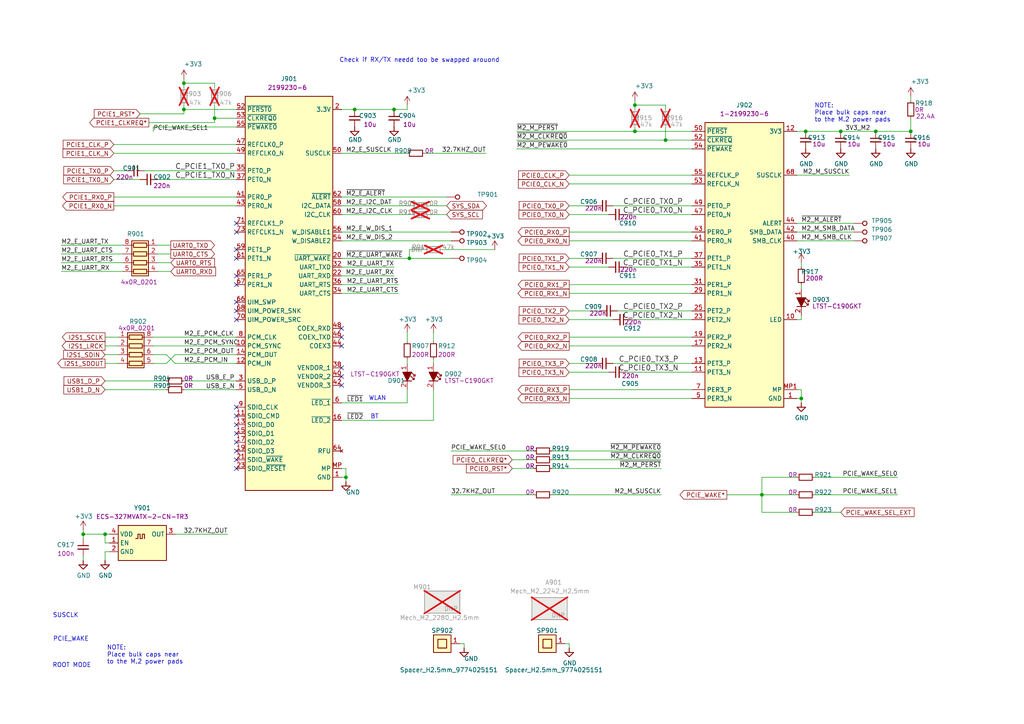
<source format=kicad_sch>
(kicad_sch (version 20231120) (generator "eeschema") (generator_version "8.0")
  (paper "A4")
  (junction (at 62.23 34.29))
  (junction (at 264.16 38.1))
  (junction (at 193.04 40.64))
  (junction (at 232.41 115.57))
  (junction (at 254 38.1))
  (junction (at 233.68 38.1))
  (junction (at 102.87 31.75))
  (junction (at 24.13 154.94))
  (junction (at 30.48 154.94))
  (junction (at 220.98 143.51))
  (junction (at 184.15 38.1))
  (junction (at 184.15 30.48))
  (junction (at 114.3 31.75))
  (junction (at 53.34 31.75))
  (junction (at 243.84 38.1))
  (junction (at 100.33 138.43))
  (junction (at 53.34 24.13))
  (junction (at 118.745 74.93))
  (no_connect (at 68.58 128.27))
  (no_connect (at 68.58 120.65))
  (no_connect (at 68.58 133.35))
  (no_connect (at 68.58 87.63))
  (no_connect (at 68.58 90.17))
  (no_connect (at 68.58 118.11))
  (no_connect (at 68.58 74.93))
  (no_connect (at 68.58 135.89))
  (no_connect (at 68.58 125.73))
  (no_connect (at 99.06 111.76))
  (no_connect (at 68.58 123.19))
  (no_connect (at 99.06 97.79))
  (no_connect (at 68.58 67.31))
  (no_connect (at 68.58 80.01))
  (no_connect (at 68.58 64.77))
  (no_connect (at 99.06 106.68))
  (no_connect (at 68.58 130.81))
  (no_connect (at 68.58 92.71))
  (no_connect (at 68.58 82.55))
  (no_connect (at 99.06 95.25))
  (no_connect (at 99.06 109.22))
  (no_connect (at 68.58 72.39))
  (no_connect (at 99.06 100.33))
  (wire (pts (xy 41.91 49.53) (xy 68.58 49.53)))
  (wire (pts (xy 165.1 74.93) (xy 172.72 74.93)))
  (wire (pts (xy 62.23 34.29) (xy 68.58 34.29)))
  (wire (pts (xy 62.23 30.48) (xy 62.23 34.29)))
  (wire (pts (xy 118.11 96.52) (xy 118.11 99.06)))
  (wire (pts (xy 148.59 133.35) (xy 154.94 133.35)))
  (wire (pts (xy 31.75 160.02) (xy 30.48 160.02)))
  (wire (pts (xy 130.81 143.51) (xy 154.94 143.51)))
  (wire (pts (xy 232.41 115.57) (xy 232.41 113.03)))
  (wire (pts (xy 53.34 31.75) (xy 68.58 31.75)))
  (wire (pts (xy 99.06 69.85) (xy 130.81 69.85)))
  (wire (pts (xy 200.66 90.17) (xy 179.07 90.17)))
  (wire (pts (xy 33.02 49.53) (xy 36.83 49.53)))
  (wire (pts (xy 62.23 35.56) (xy 62.23 34.29)))
  (wire (pts (xy 118.745 72.39) (xy 123.19 72.39)))
  (wire (pts (xy 193.04 36.83) (xy 193.04 40.64)))
  (wire (pts (xy 200.66 74.93) (xy 177.8 74.93)))
  (wire (pts (xy 200.66 85.09) (xy 165.1 85.09)))
  (wire (pts (xy 231.14 92.71) (xy 232.41 92.71)))
  (wire (pts (xy 99.06 77.47) (xy 114.3 77.47)))
  (wire (pts (xy 45.72 71.12) (xy 49.53 71.12)))
  (wire (pts (xy 193.04 30.48) (xy 193.04 31.75)))
  (wire (pts (xy 163.83 186.69) (xy 165.1 186.69)))
  (wire (pts (xy 33.02 57.15) (xy 68.58 57.15)))
  (wire (pts (xy 232.41 91.44) (xy 232.41 92.71)))
  (wire (pts (xy 30.48 105.41) (xy 34.29 105.41)))
  (wire (pts (xy 200.66 115.57) (xy 165.1 115.57)))
  (wire (pts (xy 149.86 38.1) (xy 184.15 38.1)))
  (wire (pts (xy 200.66 53.34) (xy 165.1 53.34)))
  (wire (pts (xy 148.59 135.89) (xy 154.94 135.89)))
  (wire (pts (xy 165.1 90.17) (xy 173.99 90.17)))
  (wire (pts (xy 165.1 59.69) (xy 172.72 59.69)))
  (wire (pts (xy 33.02 44.45) (xy 68.58 44.45)))
  (wire (pts (xy 160.02 133.35) (xy 191.77 133.35)))
  (wire (pts (xy 149.86 43.18) (xy 200.66 43.18)))
  (wire (pts (xy 99.06 59.69) (xy 119.38 59.69)))
  (wire (pts (xy 125.73 113.03) (xy 125.73 121.92)))
  (wire (pts (xy 44.45 36.83) (xy 68.58 36.83)))
  (wire (pts (xy 24.13 161.29) (xy 24.13 162.56)))
  (wire (pts (xy 200.66 97.79) (xy 165.1 97.79)))
  (wire (pts (xy 124.46 62.23) (xy 129.54 62.23)))
  (wire (pts (xy 43.18 35.56) (xy 62.23 35.56)))
  (wire (pts (xy 231.14 115.57) (xy 232.41 115.57)))
  (wire (pts (xy 193.04 40.64) (xy 200.66 40.64)))
  (wire (pts (xy 30.48 100.33) (xy 34.29 100.33)))
  (wire (pts (xy 30.48 97.79) (xy 34.29 97.79)))
  (wire (pts (xy 123.19 44.45) (xy 140.97 44.45)))
  (wire (pts (xy 125.73 121.92) (xy 99.06 121.92)))
  (wire (pts (xy 125.73 104.14) (xy 125.73 105.41)))
  (wire (pts (xy 17.78 76.2) (xy 35.56 76.2)))
  (wire (pts (xy 125.73 96.52) (xy 125.73 99.06)))
  (wire (pts (xy 165.1 107.95) (xy 176.53 107.95)))
  (wire (pts (xy 44.45 97.79) (xy 68.58 97.79)))
  (wire (pts (xy 165.1 62.23) (xy 176.53 62.23)))
  (wire (pts (xy 66.04 154.94) (xy 50.8 154.94)))
  (wire (pts (xy 100.33 135.89) (xy 100.33 138.43)))
  (wire (pts (xy 44.45 102.87) (xy 48.26 102.87)))
  (wire (pts (xy 236.22 138.43) (xy 260.35 138.43)))
  (wire (pts (xy 160.02 130.81) (xy 191.77 130.81)))
  (wire (pts (xy 232.41 116.84) (xy 232.41 115.57)))
  (wire (pts (xy 220.98 143.51) (xy 220.98 148.59)))
  (wire (pts (xy 31.75 157.48) (xy 30.48 157.48)))
  (wire (pts (xy 40.64 33.02) (xy 53.34 33.02)))
  (wire (pts (xy 99.06 82.55) (xy 115.57 82.55)))
  (wire (pts (xy 17.78 71.12) (xy 35.56 71.12)))
  (wire (pts (xy 200.66 107.95) (xy 181.61 107.95)))
  (wire (pts (xy 118.11 30.48) (xy 118.11 31.75)))
  (wire (pts (xy 62.23 24.13) (xy 53.34 24.13)))
  (wire (pts (xy 220.98 138.43) (xy 220.98 143.51)))
  (wire (pts (xy 200.66 69.85) (xy 165.1 69.85)))
  (wire (pts (xy 99.06 44.45) (xy 118.11 44.45)))
  (wire (pts (xy 264.16 38.1) (xy 254 38.1)))
  (wire (pts (xy 236.22 143.51) (xy 260.35 143.51)))
  (wire (pts (xy 68.58 102.87) (xy 50.8 102.87)))
  (wire (pts (xy 33.02 59.69) (xy 68.58 59.69)))
  (wire (pts (xy 45.72 76.2) (xy 49.53 76.2)))
  (wire (pts (xy 220.98 148.59) (xy 231.14 148.59)))
  (wire (pts (xy 50.8 105.41) (xy 68.58 105.41)))
  (wire (pts (xy 99.06 67.31) (xy 130.81 67.31)))
  (wire (pts (xy 232.41 82.55) (xy 232.41 83.82)))
  (wire (pts (xy 44.45 105.41) (xy 48.26 105.41)))
  (wire (pts (xy 128.27 72.39) (xy 143.51 72.39)))
  (wire (pts (xy 231.14 138.43) (xy 220.98 138.43)))
  (wire (pts (xy 118.11 116.84) (xy 118.11 113.03)))
  (wire (pts (xy 193.04 30.48) (xy 184.15 30.48)))
  (wire (pts (xy 53.34 113.03) (xy 68.58 113.03)))
  (wire (pts (xy 24.13 154.94) (xy 24.13 156.21)))
  (wire (pts (xy 99.06 31.75) (xy 102.87 31.75)))
  (wire (pts (xy 45.72 73.66) (xy 49.53 73.66)))
  (wire (pts (xy 220.98 143.51) (xy 231.14 143.51)))
  (wire (pts (xy 231.14 69.85) (xy 247.65 69.85)))
  (wire (pts (xy 33.02 41.91) (xy 68.58 41.91)))
  (wire (pts (xy 124.46 59.69) (xy 129.54 59.69)))
  (wire (pts (xy 30.48 113.03) (xy 48.26 113.03)))
  (wire (pts (xy 50.8 102.87) (xy 48.26 105.41)))
  (wire (pts (xy 30.48 154.94) (xy 31.75 154.94)))
  (wire (pts (xy 17.78 73.66) (xy 35.56 73.66)))
  (wire (pts (xy 130.81 130.81) (xy 154.94 130.81)))
  (wire (pts (xy 114.3 31.75) (xy 102.87 31.75)))
  (wire (pts (xy 62.23 24.13) (xy 62.23 25.4)))
  (wire (pts (xy 200.66 100.33) (xy 165.1 100.33)))
  (wire (pts (xy 184.15 38.1) (xy 200.66 38.1)))
  (wire (pts (xy 100.33 139.7) (xy 100.33 138.43)))
  (wire (pts (xy 165.1 105.41) (xy 172.72 105.41)))
  (wire (pts (xy 53.34 33.02) (xy 53.34 31.75)))
  (wire (pts (xy 177.8 105.41) (xy 200.66 105.41)))
  (wire (pts (xy 200.66 59.69) (xy 177.8 59.69)))
  (wire (pts (xy 99.06 62.23) (xy 119.38 62.23)))
  (wire (pts (xy 30.48 160.02) (xy 30.48 162.56)))
  (wire (pts (xy 68.58 52.07) (xy 45.72 52.07)))
  (wire (pts (xy 200.66 92.71) (xy 182.88 92.71)))
  (wire (pts (xy 184.15 30.48) (xy 184.15 31.75)))
  (wire (pts (xy 24.13 154.94) (xy 30.48 154.94)))
  (wire (pts (xy 200.66 67.31) (xy 165.1 67.31)))
  (wire (pts (xy 114.3 31.75) (xy 118.11 31.75)))
  (wire (pts (xy 44.45 100.33) (xy 68.58 100.33)))
  (wire (pts (xy 200.66 62.23) (xy 181.61 62.23)))
  (wire (pts (xy 53.34 30.48) (xy 53.34 31.75)))
  (wire (pts (xy 118.745 72.39) (xy 118.745 74.93)))
  (wire (pts (xy 165.1 186.69) (xy 165.1 187.96)))
  (wire (pts (xy 231.14 64.77) (xy 247.65 64.77)))
  (wire (pts (xy 264.16 27.94) (xy 264.16 29.21)))
  (wire (pts (xy 232.41 113.03) (xy 231.14 113.03)))
  (wire (pts (xy 99.06 135.89) (xy 100.33 135.89)))
  (wire (pts (xy 200.66 82.55) (xy 165.1 82.55)))
  (wire (pts (xy 200.66 77.47) (xy 181.61 77.47)))
  (wire (pts (xy 99.06 85.09) (xy 115.57 85.09)))
  (wire (pts (xy 17.78 78.74) (xy 35.56 78.74)))
  (wire (pts (xy 160.02 135.89) (xy 191.77 135.89)))
  (wire (pts (xy 44.45 38.1) (xy 44.45 36.83)))
  (wire (pts (xy 30.48 102.87) (xy 34.29 102.87)))
  (wire (pts (xy 24.13 154.94) (xy 24.13 153.67)))
  (wire (pts (xy 100.33 138.43) (xy 99.06 138.43)))
  (wire (pts (xy 231.14 50.8) (xy 246.38 50.8)))
  (wire (pts (xy 118.11 104.14) (xy 118.11 105.41)))
  (wire (pts (xy 232.41 76.2) (xy 232.41 77.47)))
  (wire (pts (xy 99.06 74.93) (xy 118.745 74.93)))
  (wire (pts (xy 133.35 186.69) (xy 134.62 186.69)))
  (wire (pts (xy 118.745 74.93) (xy 130.81 74.93)))
  (wire (pts (xy 231.14 38.1) (xy 233.68 38.1)))
  (wire (pts (xy 53.34 24.13) (xy 53.34 25.4)))
  (wire (pts (xy 45.72 78.74) (xy 49.53 78.74)))
  (wire (pts (xy 184.15 29.21) (xy 184.15 30.48)))
  (wire (pts (xy 33.02 52.07) (xy 40.64 52.07)))
  (wire (pts (xy 220.98 143.51) (xy 210.82 143.51)))
  (wire (pts (xy 184.15 36.83) (xy 184.15 38.1)))
  (wire (pts (xy 99.06 116.84) (xy 118.11 116.84)))
  (wire (pts (xy 48.26 102.87) (xy 50.8 105.41)))
  (wire (pts (xy 200.66 50.8) (xy 165.1 50.8)))
  (wire (pts (xy 165.1 92.71) (xy 177.8 92.71)))
  (wire (pts (xy 254 38.1) (xy 243.84 38.1)))
  (wire (pts (xy 236.22 148.59) (xy 243.84 148.59)))
  (wire (pts (xy 165.1 77.47) (xy 176.53 77.47)))
  (wire (pts (xy 134.62 186.69) (xy 134.62 187.96)))
  (wire (pts (xy 149.86 40.64) (xy 193.04 40.64)))
  (wire (pts (xy 99.06 57.15) (xy 129.54 57.15)))
  (wire (pts (xy 231.14 67.31) (xy 247.65 67.31)))
  (wire (pts (xy 53.34 110.49) (xy 68.58 110.49)))
  (wire (pts (xy 30.48 110.49) (xy 48.26 110.49)))
  (wire (pts (xy 243.84 38.1) (xy 233.68 38.1)))
  (wire (pts (xy 264.16 34.29) (xy 264.16 38.1)))
  (wire (pts (xy 99.06 80.01) (xy 114.3 80.01)))
  (wire (pts (xy 53.34 22.86) (xy 53.34 24.13)))
  (wire (pts (xy 30.48 157.48) (xy 30.48 154.94)))
  (wire (pts (xy 160.02 143.51) (xy 191.77 143.51)))
  (wire (pts (xy 200.66 113.03) (xy 165.1 113.03)))
  (text "PCIE_WAKE" (at 20.574 185.42 0) (effects (font (size 1.27 1.27))))
  (text "SUSCLK" (at 19.05 178.562 0) (effects (font (size 1.27 1.27))))
  (text "Check if RX/TX needd too be swapped arouond\n" (at 121.666 17.526 0) (effects (font (size 1.27 1.27))))
  (text "BT" (at 107.442 121.666 0) (effects (font (size 1.27 1.27)) (justify left bottom)))
  (text "NOTE:\nPlace bulk caps near \nto the M.2 power pads" (at 30.988 192.786 0) (effects (font (size 1.27 1.27)) (justify left bottom)))
  (text "NOTE:\nPlace bulk caps near \nto the M.2 power pads" (at 236.22 35.56 0) (effects (font (size 1.27 1.27)) (justify left bottom)))
  (text "WLAN\n" (at 106.934 116.332 0) (effects (font (size 1.27 1.27)) (justify left bottom)))
  (text "ROOT MODE" (at 20.828 193.04 0) (effects (font (size 1.27 1.27))))
  (label "C_PCIE0_TX2_N" (at 198.12 92.71 180) (effects (font (size 1.524 1.524))))
  (label "~{M2_E_ALERT}" (at 100.33 57.15 0))
  (label "M2_E_UART_CTS" (at 115.57 85.09 180))
  (label "M2_E_SUSCLK" (at 100.33 44.45 0))
  (label "M2_M_SMB_CLK" (at 232.41 69.85 0))
  (label "32.7KHZ_OUT" (at 140.97 44.45 180))
  (label "~{LED1}" (at 105.41 116.84 180))
  (label "~{M2_M_PEWAKE0}" (at 149.86 43.18 0))
  (label "C_PCIE0_TX3_N" (at 196.85 107.95 180) (effects (font (size 1.524 1.524))))
  (label "M2_E_UART_RTS" (at 17.78 76.2 0))
  (label "M2_E_UART_RX" (at 17.78 78.74 0))
  (label "~{M2_M_CLKREQ0}" (at 191.77 133.35 180))
  (label "M2_E_UART_CTS" (at 17.78 73.66 0))
  (label "~{M2_M_CLKREQ0}" (at 149.86 40.64 0))
  (label "~{M2_M_PERST}" (at 191.77 135.89 180))
  (label "32.7KHZ_OUT" (at 66.04 154.94 180))
  (label "M2_E_PCM_CLK" (at 53.34 97.79 0))
  (label "M2_E_UART_RTS" (at 115.57 82.55 180))
  (label "C_PCIE0_TX3_P" (at 196.85 105.41 180) (effects (font (size 1.524 1.524))))
  (label "M2_M_SMB_DATA" (at 232.41 67.31 0))
  (label "M2_E_W_DIS_1" (at 100.33 67.31 0))
  (label "PCIE_WAKE_SEL0" (at 260.35 138.43 180))
  (label "C_PCIE0_TX2_P" (at 198.12 90.17 180) (effects (font (size 1.524 1.524))))
  (label "~{LED2}" (at 105.41 121.92 180))
  (label "C_PCIE1_TX0_N" (at 50.8 52.07 0) (effects (font (size 1.524 1.524))))
  (label "M2_E_UART_TX" (at 17.78 71.12 0))
  (label "USB_E_P" (at 59.69 110.49 0))
  (label "C_PCIE0_TX1_N" (at 198.12 77.47 180) (effects (font (size 1.524 1.524))))
  (label "M2_E_PCM_IN" (at 53.34 105.41 0))
  (label "~{M2_M_PERST}" (at 149.86 38.1 0))
  (label "M2_E_PCM_OUT" (at 53.34 102.87 0))
  (label "~{M2_E_UART_WAKE}" (at 100.33 74.93 0))
  (label "~{M2_M_PEWAKE0}" (at 191.77 130.81 180))
  (label "C_PCIE0_TX1_P" (at 198.12 74.93 180) (effects (font (size 1.524 1.524))))
  (label "M2_E_W_DIS_2" (at 100.33 69.85 0))
  (label "M2_M_SUSCLK" (at 246.38 50.8 180))
  (label "PCIE_WAKE_SEL1" (at 44.45 38.1 0))
  (label "M2_M_SUSCLK" (at 191.77 143.51 180))
  (label "USB_E_N" (at 59.69 113.03 0))
  (label "M2_E_PCM_SYNC" (at 53.34 100.33 0))
  (label "C_PCIE1_TX0_P" (at 50.8 49.53 0) (effects (font (size 1.524 1.524))))
  (label "C_PCIE0_TX0_N" (at 198.12 62.23 180) (effects (font (size 1.524 1.524))))
  (label "M2_E_UART_RX" (at 114.3 80.01 180))
  (label "M2_E_I2C_DAT" (at 100.33 59.69 0))
  (label "M2_E_UART_TX" (at 114.3 77.47 180))
  (label "M2_E_I2C_CLK" (at 100.33 62.23 0))
  (label "32.7KHZ_OUT" (at 130.81 143.51 0))
  (label "C_PCIE0_TX0_P" (at 198.12 59.69 180) (effects (font (size 1.524 1.524))))
  (label "~{M2_M_ALERT}" (at 232.41 64.77 0))
  (label "3V3_M2" (at 245.11 38.1 0))
  (label "PCIE_WAKE_SEL1" (at 260.35 143.51 180))
  (label "PCIE_WAKE_SEL0" (at 130.81 130.81 0))
  (global_label "UART0_RXD" (shape input) (at 49.53 78.74 0) (property "Intersheetrefs" "${INTERSHEET_REFS}" (effects (hide yes))))
  (global_label "PCIE0_RX2_P" (shape output) (at 165.1 97.79 180) (property "Intersheetrefs" "${INTERSHEET_REFS}" (effects (hide yes))))
  (global_label "PCIE1_RX0_N" (shape output) (at 33.02 59.69 180) (property "Intersheetrefs" "${INTERSHEET_REFS}" (effects (hide yes))))
  (global_label "PCIE1_RST*" (shape input) (at 40.64 33.02 180) (property "Intersheetrefs" "${INTERSHEET_REFS}" (effects (hide yes))))
  (global_label "PCIE1_TX0_P" (shape input) (at 33.02 49.53 180) (property "Intersheetrefs" "${INTERSHEET_REFS}" (effects (hide yes))))
  (global_label "PCIE0_TX0_P" (shape input) (at 165.1 59.69 180) (property "Intersheetrefs" "${INTERSHEET_REFS}" (effects (hide yes))))
  (global_label "PCIE_WAKE*" (shape output) (at 210.82 143.51 180) (property "Intersheetrefs" "${INTERSHEET_REFS}" (effects (hide yes))))
  (global_label "PCIE0_RX0_P" (shape output) (at 165.1 67.31 180) (property "Intersheetrefs" "${INTERSHEET_REFS}" (effects (hide yes))))
  (global_label "PCIE0_RST*" (shape input) (at 148.59 135.89 180) (property "Intersheetrefs" "${INTERSHEET_REFS}" (effects (hide yes))))
  (global_label "PCIE0_CLKREQ*" (shape input) (at 148.59 133.35 180) (property "Intersheetrefs" "${INTERSHEET_REFS}" (effects (hide yes))))
  (global_label "I2S1_SCLK" (shape output) (at 30.48 97.79 180) (property "Intersheetrefs" "${INTERSHEET_REFS}" (effects (hide yes))))
  (global_label "I2S1_SDIN" (shape input) (at 30.48 102.87 180) (property "Intersheetrefs" "${INTERSHEET_REFS}" (effects (hide yes))))
  (global_label "PCIE0_TX2_N" (shape input) (at 165.1 92.71 180) (property "Intersheetrefs" "${INTERSHEET_REFS}" (effects (hide yes))))
  (global_label "I2S1_SDOUT" (shape output) (at 30.48 105.41 180) (property "Intersheetrefs" "${INTERSHEET_REFS}" (effects (hide yes))))
  (global_label "USB1_D_N" (shape input) (at 30.48 113.03 180) (property "Intersheetrefs" "${INTERSHEET_REFS}" (effects (hide yes))))
  (global_label "PCIE1_CLKREQ*" (shape output) (at 43.18 35.56 180) (property "Intersheetrefs" "${INTERSHEET_REFS}" (effects (hide yes))))
  (global_label "PCIE1_TX0_N" (shape input) (at 33.02 52.07 180) (property "Intersheetrefs" "${INTERSHEET_REFS}" (effects (hide yes))))
  (global_label "PCIE0_RX1_N" (shape output) (at 165.1 85.09 180) (property "Intersheetrefs" "${INTERSHEET_REFS}" (effects (hide yes))))
  (global_label "SYS_SDA" (shape bidirectional) (at 129.54 59.69 0) (property "Intersheetrefs" "${INTERSHEET_REFS}" (effects (hide yes))))
  (global_label "UART0_CTS" (shape output) (at 49.53 73.66 0) (property "Intersheetrefs" "${INTERSHEET_REFS}" (effects (hide yes))))
  (global_label "PCIE0_TX3_N" (shape input) (at 165.1 107.95 180) (property "Intersheetrefs" "${INTERSHEET_REFS}" (effects (hide yes))))
  (global_label "PCIE0_TX1_N" (shape input) (at 165.1 77.47 180) (property "Intersheetrefs" "${INTERSHEET_REFS}" (effects (hide yes))))
  (global_label "SYS_SCL" (shape input) (at 129.54 62.23 0) (property "Intersheetrefs" "${INTERSHEET_REFS}" (effects (hide yes))))
  (global_label "PCIE0_RX2_N" (shape output) (at 165.1 100.33 180) (property "Intersheetrefs" "${INTERSHEET_REFS}" (effects (hide yes))))
  (global_label "PCIE1_CLK_P" (shape input) (at 33.02 41.91 180) (property "Intersheetrefs" "${INTERSHEET_REFS}" (effects (hide yes))))
  (global_label "PCIE0_RX3_P" (shape output) (at 165.1 113.03 180) (property "Intersheetrefs" "${INTERSHEET_REFS}" (effects (hide yes))))
  (global_label "UART0_RTS" (shape input) (at 49.53 76.2 0) (property "Intersheetrefs" "${INTERSHEET_REFS}" (effects (hide yes))))
  (global_label "UART0_TXD" (shape output) (at 49.53 71.12 0) (property "Intersheetrefs" "${INTERSHEET_REFS}" (effects (hide yes))))
  (global_label "PCIE0_CLK_N" (shape input) (at 165.1 53.34 180) (property "Intersheetrefs" "${INTERSHEET_REFS}" (effects (hide yes))))
  (global_label "PCIE0_TX2_P" (shape input) (at 165.1 90.17 180) (property "Intersheetrefs" "${INTERSHEET_REFS}" (effects (hide yes))))
  (global_label "PCIE0_CLK_P" (shape input) (at 165.1 50.8 180) (property "Intersheetrefs" "${INTERSHEET_REFS}" (effects (hide yes))))
  (global_label "I2S1_LRCK" (shape output) (at 30.48 100.33 180) (property "Intersheetrefs" "${INTERSHEET_REFS}" (effects (hide yes))))
  (global_label "PCIE1_CLK_N" (shape input) (at 33.02 44.45 180) (property "Intersheetrefs" "${INTERSHEET_REFS}" (effects (hide yes))))
  (global_label "PCIE_WAKE_SEL_EXT" (shape input) (at 243.84 148.59 0) (property "Intersheetrefs" "${INTERSHEET_REFS}" (effects (hide yes))))
  (global_label "PCIE0_RX0_N" (shape output) (at 165.1 69.85 180) (property "Intersheetrefs" "${INTERSHEET_REFS}" (effects (hide yes))))
  (global_label "PCIE1_RX0_P" (shape output) (at 33.02 57.15 180) (property "Intersheetrefs" "${INTERSHEET_REFS}" (effects (hide yes))))
  (global_label "PCIE0_TX3_P" (shape input) (at 165.1 105.41 180) (property "Intersheetrefs" "${INTERSHEET_REFS}" (effects (hide yes))))
  (global_label "USB1_D_P" (shape input) (at 30.48 110.49 180) (property "Intersheetrefs" "${INTERSHEET_REFS}" (effects (hide yes))))
  (global_label "PCIE0_RX1_P" (shape output) (at 165.1 82.55 180) (property "Intersheetrefs" "${INTERSHEET_REFS}" (effects (hide yes))))
  (global_label "PCIE0_RX3_N" (shape output) (at 165.1 115.57 180) (property "Intersheetrefs" "${INTERSHEET_REFS}" (effects (hide yes))))
  (global_label "PCIE0_TX0_N" (shape input) (at 165.1 62.23 180) (property "Intersheetrefs" "${INTERSHEET_REFS}" (effects (hide yes))))
  (global_label "PCIE0_TX1_P" (shape input) (at 165.1 74.93 180) (property "Intersheetrefs" "${INTERSHEET_REFS}" (effects (hide yes))))
  (symbol (lib_id "jetson-orin-baseboard:C_220n_0402") (at 176.53 107.95 0) (unit 1)
    (property "Reference" "C905" (at 180.213 112.014 0) (effects (justify left bottom)))
    (property "Value" "220nF" (effects (hide yes)))
    (property "Footprint" "Capacitor_SMD:C_0603_1608Metric" (effects (hide yes)))
    (property "Datasheet" " " (effects (hide yes)))
    (property "Manufacturer" "Yaego" (effects (hide yes)))
    (property "MPN" "CC0402KRX5R6BB224" (effects (hide yes)))
    (property "Val" "220n" (at 180.34 109.728 0) (effects (justify left bottom)))
    (property "License" "Apache-2.0" (effects (hide yes)))
    (property "Author" "Antmicro" (effects (hide yes)))
  )
  (symbol (lib_id "jetson-orin-baseboard:+3V3") (at 143.51 72.39 0) (unit 1)
    (property "Reference" "#PWR0908" (effects (hide yes)))
    (property "Value" "+3V3" (at 140.97 69.215 0) (effects (justify left bottom)))
  )
  (symbol (lib_id "jetson-orin-baseboard:C_10u_0603") (at 114.3 31.75 90) (mirror x) (unit 1)
    (property "Reference" "C904" (at 120.65 34.29 90) (effects (justify left bottom)))
    (property "Value" "20uF" (effects (hide yes)))
    (property "Footprint" "Capacitor_SMD:C_0603_1608Metric" (effects (hide yes)))
    (property "Datasheet" " " (effects (hide yes)))
    (property "Manufacturer" "Murata" (effects (hide yes)))
    (property "MPN" "GRM188R61A106KE69D" (effects (hide yes)))
    (property "Val" "10u" (at 120.65 36.83 90) (effects (justify left bottom)))
    (property "License" "Apache-2.0" (effects (hide yes)))
    (property "Author" "Antmicro" (effects (hide yes)))
  )
  (symbol (lib_id "jetson-orin-baseboard:R_0R_22.4A_0603") (at 264.16 34.29 90) (unit 1)
    (property "Reference" "R918" (at 270.51 29.21 90) (effects (justify left bottom)))
    (property "Value" "0R 22A" (effects (hide yes)))
    (property "Footprint" "Resistor_SMD:R_0603_1608Metric" (effects (hide yes)))
    (property "Datasheet" "https://fscdn.rohm.com/en/products/databook/datasheet/passive/resistor/chip_resistor/pmr-jpw-e.pdf" (effects (hide yes)))
    (property "Manufacturer" "ROHM Semiconductor" (effects (hide yes)))
    (property "MPN" "PMR03EZPJ000" (effects (hide yes)))
    (property "Val" "0R" (at 267.97 31.115 90) (effects (justify left bottom)))
    (property "Author" "Antmicro" (effects (hide yes)))
    (property "License" "Apache-2.0" (effects (hide yes)))
    (property "Max. Curr." "22.4A" (at 271.145 33.02 90) (effects (justify left bottom)))
  )
  (symbol (lib_id "jetson-orin-baseboard:TP_0.75mm_SMD") (at 247.65 69.85 0) (unit 1)
    (property "Reference" "TP907" (at 252.73 69.8499 0) (effects (justify left bottom)))
    (property "Value" "TP_0.75mm_SMD" (effects (hide yes)))
    (property "Footprint" "TestPoint:TestPoint_Pad_D1.0mm" (effects (hide yes)))
    (property "Author" "Antmicro" (effects (hide yes)))
    (property "License" "Apache-2.0" (effects (hide yes)))
  )
  (symbol (lib_id "jetson-orin-baseboard:+3V3") (at 264.16 27.94 0) (unit 1)
    (property "Reference" "#PWR0917" (effects (hide yes)))
    (property "Value" "+3V3" (at 264.16 24.384 0) (effects (justify left bottom)))
  )
  (symbol (lib_id "jetson-orin-baseboard:Mech_M2_2280_H2.5mm") (at 133.35 177.8 180) (unit 1) (in_bom no) (dnp yes)
    (property "Reference" "M901" (at 125.095 169.545 0) (effects (justify left bottom)))
    (property "Value" "Mech_M2_2280_H2.5mm" (at 139.065 178.435 0) (effects (justify left bottom)))
    (property "Footprint" "jetson-orin-baseboard-footprints:Mech_M2_2280_H2.5mm" (effects (hide yes)))
    (property "Author" "Antmicro" (effects (hide yes)))
    (property "License" "Apache-2.0" (effects (hide yes)))
    (property "DNP" "DNP" (at 130.81 176.53 0))
  )
  (symbol (lib_id "jetson-orin-baseboard:R_0R_0402") (at 48.26 110.49 0) (unit 1)
    (property "Reference" "R904" (at 44.45 110.49 0) (effects (justify left bottom)))
    (property "Value" "0R" (effects (hide yes)))
    (property "Footprint" "Resistor_SMD:R_0603_1608Metric" (effects (hide yes)))
    (property "Datasheet" "https://industrial.panasonic.com/cdbs/www-data/pdf/RDA0000/AOA0000C301.pdf" (effects (hide yes)))
    (property "Manufacturer" "Panasonic" (effects (hide yes)))
    (property "MPN" "ERJ2GE0R00X" (effects (hide yes)))
    (property "Val" "0R" (at 53.34 110.49 0) (effects (justify left bottom)))
    (property "License" "Apache-2.0" (effects (hide yes)))
    (property "Author" "Antmicro" (effects (hide yes)))
    (property "Current" "1A" (effects (hide yes)))
  )
  (symbol (lib_id "jetson-orin-baseboard:R_0R_0402") (at 154.94 135.89 0) (unit 1)
    (property "Reference" "R914" (at 160.02 135.89 0) (effects (justify left bottom)))
    (property "Value" "R_0R_0402" (effects (hide yes)))
    (property "Footprint" "Resistor_SMD:R_0603_1608Metric" (effects (hide yes)))
    (property "Datasheet" "https://industrial.panasonic.com/cdbs/www-data/pdf/RDA0000/AOA0000C301.pdf" (effects (hide yes)))
    (property "Manufacturer" "Panasonic" (effects (hide yes)))
    (property "MPN" "ERJ2GE0R00X" (effects (hide yes)))
    (property "Val" "0R" (at 152.4 135.89 0) (effects (justify left bottom)))
    (property "License" "Apache-2.0" (effects (hide yes)))
    (property "Author" "Antmicro" (effects (hide yes)))
    (property "Current" "1A" (effects (hide yes)))
  )
  (symbol (lib_id "jetson-orin-baseboard:R_0R_0402") (at 231.14 138.43 0) (unit 1)
    (property "Reference" "R921" (at 236.22 138.43 0) (effects (justify left bottom)))
    (property "Value" "R_0R_0402" (effects (hide yes)))
    (property "Footprint" "Resistor_SMD:R_0603_1608Metric" (effects (hide yes)))
    (property "Datasheet" "https://industrial.panasonic.com/cdbs/www-data/pdf/RDA0000/AOA0000C301.pdf" (effects (hide yes)))
    (property "Manufacturer" "Panasonic" (effects (hide yes)))
    (property "MPN" "ERJ2GE0R00X" (effects (hide yes)))
    (property "Val" "0R" (at 228.6 138.43 0) (effects (justify left bottom)))
    (property "License" "Apache-2.0" (effects (hide yes)))
    (property "Author" "Antmicro" (effects (hide yes)))
    (property "Current" "1A" (effects (hide yes)))
  )
  (symbol (lib_id "jetson-orin-baseboard:C_220n_0402") (at 182.88 92.71 180) (unit 1)
    (property "Reference" "C912" (at 185.928 94.488 0) (effects (justify left bottom)))
    (property "Value" "220nF" (effects (hide yes)))
    (property "Footprint" "Capacitor_SMD:C_0603_1608Metric" (effects (hide yes)))
    (property "Datasheet" " " (effects (hide yes)))
    (property "Manufacturer" "Yaego" (effects (hide yes)))
    (property "MPN" "CC0402KRX5R6BB224" (effects (hide yes)))
    (property "Val" "220n" (at 186.055 92.71 0) (effects (justify left bottom)))
    (property "License" "Apache-2.0" (effects (hide yes)))
    (property "Author" "Antmicro" (effects (hide yes)))
  )
  (symbol (lib_id "jetson-orin-baseboard:+3V3") (at 232.41 76.2 0) (unit 1)
    (property "Reference" "#PWR0912" (effects (hide yes)))
    (property "Value" "+3V3" (at 229.87 73.66 0) (effects (justify left bottom)))
  )
  (symbol (lib_id "jetson-orin-baseboard:R_4x0R_0201_array") (at 34.29 97.79 0) (unit 1)
    (property "Reference" "R902" (at 37.465 93.98 0) (effects (justify left bottom)))
    (property "Value" "R_4x0R_0201_array" (effects (hide yes)))
    (property "Footprint" "jetson-orin-baseboard-footprints:R_Array_4x0201_Panasonic_EXB18V" (effects (hide yes)))
    (property "Datasheet" "http://industrial.panasonic.com/cdbs/www-data/pdf/AOC0000/AOC0000C14.pdf" (effects (hide yes)))
    (property "MPN" "EXB-18VR000X" (effects (hide yes)))
    (property "Manufacturer" "Panasonic" (effects (hide yes)))
    (property "Val" "4x0R_0201" (at 34.29 95.885 0) (effects (justify left bottom)))
    (property "Author" "Antmicro" (effects (hide yes)))
    (property "License" "Apache-2.0" (effects (hide yes)))
  )
  (symbol (lib_id "jetson-orin-baseboard:LED_G_0603_LTST-C190GKT") (at 125.73 105.41 270) (unit 1)
    (property "Reference" "D902" (at 128.905 109.22 90) (effects (justify left bottom)))
    (property "Value" "LED_G_0603_LTST-C190GKT" (effects (hide yes)))
    (property "Footprint" "jetson-orin-baseboard-footprints:LED_0603_1608Metric_G" (effects (hide yes)))
    (property "Datasheet" "https://media.digikey.com/pdf/Data%20Sheets/Lite-On%20PDFs/LTST-C190GKT.pdf" (effects (hide yes)))
    (property "MPN" "LTST-C190GKT" (at 128.905 111.125 90) (effects (justify left bottom)))
    (property "Manufacturer" "Lite-On Inc." (effects (hide yes)))
    (property "Author" "Antmicro" (effects (hide yes)))
    (property "License" "Apache-2.0" (effects (hide yes)))
  )
  (symbol (lib_id "jetson-orin-baseboard:LED_G_0603_LTST-C190GKT") (at 232.41 83.82 270) (unit 1)
    (property "Reference" "D903" (at 235.585 87.63 90) (effects (justify left bottom)))
    (property "Value" "LED_G_0603_LTST-C190GKT" (effects (hide yes)))
    (property "Footprint" "jetson-orin-baseboard-footprints:LED_0603_1608Metric_G" (effects (hide yes)))
    (property "Datasheet" "https://media.digikey.com/pdf/Data%20Sheets/Lite-On%20PDFs/LTST-C190GKT.pdf" (effects (hide yes)))
    (property "MPN" "LTST-C190GKT" (at 235.585 89.535 90) (effects (justify left bottom)))
    (property "Manufacturer" "Lite-On Inc." (effects (hide yes)))
    (property "Author" "Antmicro" (effects (hide yes)))
    (property "License" "Apache-2.0" (effects (hide yes)))
  )
  (symbol (lib_id "jetson-orin-baseboard:R_0R_0402") (at 119.38 59.69 0) (unit 1) (in_bom no) (dnp yes)
    (property "Reference" "R909" (at 115.57 59.69 0) (effects (justify left bottom)))
    (property "Value" "0R" (effects (hide yes)))
    (property "Footprint" "Resistor_SMD:R_0603_1608Metric" (effects (hide yes)))
    (property "Datasheet" "https://industrial.panasonic.com/cdbs/www-data/pdf/RDA0000/AOA0000C301.pdf" (effects (hide yes)))
    (property "Manufacturer" "Panasonic" (effects (hide yes)))
    (property "MPN" "ERJ2GE0R00X" (effects (hide yes)))
    (property "Val" "0R" (at 124.46 59.69 0) (effects (justify left bottom)))
    (property "License" "Apache-2.0" (effects (hide yes)))
    (property "Author" "Antmicro" (effects (hide yes)))
    (property "Current" "1A" (effects (hide yes)))
    (property "DNP" "DNP" (at 121.92 59.69 0))
  )
  (symbol (lib_id "jetson-orin-baseboard:R_4x0R_0201_array") (at 45.72 71.12 0) (mirror y) (unit 1)
    (property "Reference" "R901" (at 41.91 68.58 0) (effects (justify left bottom)))
    (property "Value" "R_4x0R_0201_array" (effects (hide yes)))
    (property "Footprint" "jetson-orin-baseboard-footprints:R_Array_4x0201_Panasonic_EXB18V" (effects (hide yes)))
    (property "Datasheet" "http://industrial.panasonic.com/cdbs/www-data/pdf/AOC0000/AOC0000C14.pdf" (effects (hide yes)))
    (property "MPN" "EXB-18VR000X" (effects (hide yes)))
    (property "Manufacturer" "Panasonic" (effects (hide yes)))
    (property "Val" "4x0R_0201" (at 45.72 82.55 0) (effects (justify left bottom)))
    (property "Author" "Antmicro" (effects (hide yes)))
    (property "License" "Apache-2.0" (effects (hide yes)))
  )
  (symbol (lib_id "jetson-orin-baseboard:C_10u_0603") (at 102.87 31.75 90) (mirror x) (unit 1)
    (property "Reference" "C903" (at 109.22 34.29 90) (effects (justify left bottom)))
    (property "Value" "20uF" (effects (hide yes)))
    (property "Footprint" "Capacitor_SMD:C_0603_1608Metric" (effects (hide yes)))
    (property "Datasheet" " " (effects (hide yes)))
    (property "Manufacturer" "Murata" (effects (hide yes)))
    (property "MPN" "GRM188R61A106KE69D" (effects (hide yes)))
    (property "Val" "10u" (at 109.22 36.83 90) (effects (justify left bottom)))
    (property "License" "Apache-2.0" (effects (hide yes)))
    (property "Author" "Antmicro" (effects (hide yes)))
  )
  (symbol (lib_id "jetson-orin-baseboard:R_0R_0402") (at 118.11 44.45 0) (unit 1)
    (property "Reference" "R908" (at 114.3 44.45 0) (effects (justify left bottom)))
    (property "Value" "0R" (effects (hide yes)))
    (property "Footprint" "Resistor_SMD:R_0603_1608Metric" (effects (hide yes)))
    (property "Datasheet" "https://industrial.panasonic.com/cdbs/www-data/pdf/RDA0000/AOA0000C301.pdf" (effects (hide yes)))
    (property "Manufacturer" "Panasonic" (effects (hide yes)))
    (property "MPN" "ERJ2GE0R00X" (effects (hide yes)))
    (property "Val" "0R" (at 123.19 44.45 0) (effects (justify left bottom)))
    (property "License" "Apache-2.0" (effects (hide yes)))
    (property "Author" "Antmicro" (effects (hide yes)))
    (property "Current" "1A" (effects (hide yes)))
  )
  (symbol (lib_id "jetson-orin-baseboard:R_0R_0402") (at 48.26 113.03 0) (mirror x) (unit 1)
    (property "Reference" "R905" (at 44.45 111.125 0) (effects (justify left bottom)))
    (property "Value" "0R" (effects (hide yes)))
    (property "Footprint" "Resistor_SMD:R_0603_1608Metric" (effects (hide yes)))
    (property "Datasheet" "https://industrial.panasonic.com/cdbs/www-data/pdf/RDA0000/AOA0000C301.pdf" (effects (hide yes)))
    (property "Manufacturer" "Panasonic" (effects (hide yes)))
    (property "MPN" "ERJ2GE0R00X" (effects (hide yes)))
    (property "Val" "0R" (at 53.34 111.125 0) (effects (justify left bottom)))
    (property "License" "Apache-2.0" (effects (hide yes)))
    (property "Author" "Antmicro" (effects (hide yes)))
    (property "Current" "1A" (effects (hide yes)))
  )
  (symbol (lib_id "jetson-orin-baseboard:R_47k_0402") (at 123.19 72.39 0) (unit 1) (in_bom no) (dnp yes)
    (property "Reference" "R911" (at 119.38 72.39 0) (effects (justify left bottom)))
    (property "Value" "47K" (effects (hide yes)))
    (property "Footprint" "Resistor_SMD:R_0603_1608Metric" (effects (hide yes)))
    (property "Datasheet" "https://www.bourns.com/docs/product-datasheets/cr.pdf" (effects (hide yes)))
    (property "Manufacturer" "Bourns" (effects (hide yes)))
    (property "MPN" "CR0402-FX-4702GLF" (effects (hide yes)))
    (property "Val" "47k" (at 128.27 72.39 0) (effects (justify left bottom)))
    (property "License" "Apache-2.0" (effects (hide yes)))
    (property "Author" "Antmicro" (effects (hide yes)))
    (property "Tolerance" "1%" (effects (hide yes)))
    (property "DNP" "DNP" (at 121.158 72.39 0))
  )
  (symbol (lib_id "jetson-orin-baseboard:+3V3") (at 184.15 29.21 0) (unit 1)
    (property "Reference" "#PWR0911" (effects (hide yes)))
    (property "Value" "+3V3" (at 184.15 25.654 0) (effects (justify left bottom)))
  )
  (symbol (lib_id "jetson-orin-baseboard:TP_0.75mm_SMD") (at 130.81 69.85 0) (unit 1)
    (property "Reference" "TP903" (at 135.255 71.12 0) (effects (justify left bottom)))
    (property "Value" "TP_0.75mm_SMD" (effects (hide yes)))
    (property "Footprint" "TestPoint:TestPoint_Pad_D1.0mm" (effects (hide yes)))
    (property "Author" "Antmicro" (effects (hide yes)))
    (property "License" "Apache-2.0" (effects (hide yes)))
  )
  (symbol (lib_id "jetson-orin-baseboard:R_200R_0402") (at 118.11 104.14 90) (unit 1)
    (property "Reference" "R907" (at 119.38 100.33 90) (effects (justify right)))
    (property "Value" "200R" (effects (hide yes)))
    (property "Footprint" "Resistor_SMD:R_0603_1608Metric" (effects (hide yes)))
    (property "Datasheet" "https://www.bourns.com/docs/product-datasheets/cr.pdf" (effects (hide yes)))
    (property "Manufacturer" "Bourns" (effects (hide yes)))
    (property "MPN" "CR0402-FX-2000GLF" (effects (hide yes)))
    (property "Val" "200R" (at 119.38 102.87 90) (effects (justify right)))
    (property "License" "Apache-2.0" (effects (hide yes)))
    (property "Author" "Antmicro" (effects (hide yes)))
    (property "Tolerance" "1%" (effects (hide yes)))
  )
  (symbol (lib_id "jetson-orin-baseboard:C_220n_0402") (at 177.8 59.69 180) (unit 1)
    (property "Reference" "C906" (at 173.355 57.785 0) (effects (justify left bottom)))
    (property "Value" "220nF" (effects (hide yes)))
    (property "Footprint" "Capacitor_SMD:C_0603_1608Metric" (effects (hide yes)))
    (property "Datasheet" " " (effects (hide yes)))
    (property "Manufacturer" "Yaego" (effects (hide yes)))
    (property "MPN" "CC0402KRX5R6BB224" (effects (hide yes)))
    (property "Val" "220n" (at 174.625 59.69 0) (effects (justify left bottom)))
    (property "License" "Apache-2.0" (effects (hide yes)))
    (property "Author" "Antmicro" (effects (hide yes)))
  )
  (symbol (lib_id "jetson-orin-baseboard:GND") (at 233.68 43.18 0) (unit 1)
    (property "Reference" "#PWR0914" (effects (hide yes)))
    (property "Value" "GND" (at 231.775 48.26 0) (effects (justify left bottom)))
    (property "Author" "Antmicro" (effects (hide yes)))
    (property "License" "Apache-2.0" (effects (hide yes)))
  )
  (symbol (lib_id "jetson-orin-baseboard:GND") (at 243.84 43.18 0) (unit 1)
    (property "Reference" "#PWR0915" (effects (hide yes)))
    (property "Value" "GND" (at 241.935 48.26 0) (effects (justify left bottom)))
    (property "Author" "Antmicro" (effects (hide yes)))
    (property "License" "Apache-2.0" (effects (hide yes)))
  )
  (symbol (lib_id "jetson-orin-baseboard:C_220n_0402") (at 181.61 62.23 180) (unit 1)
    (property "Reference" "C910" (at 184.658 64.008 0) (effects (justify left bottom)))
    (property "Value" "220nF" (effects (hide yes)))
    (property "Footprint" "Capacitor_SMD:C_0603_1608Metric" (effects (hide yes)))
    (property "Datasheet" " " (effects (hide yes)))
    (property "Manufacturer" "Yaego" (effects (hide yes)))
    (property "MPN" "CC0402KRX5R6BB224" (effects (hide yes)))
    (property "Val" "220n" (at 184.785 62.23 0) (effects (justify left bottom)))
    (property "License" "Apache-2.0" (effects (hide yes)))
    (property "Author" "Antmicro" (effects (hide yes)))
  )
  (symbol (lib_id "jetson-orin-baseboard:C_10u_0603") (at 233.68 38.1 90) (mirror x) (unit 1)
    (property "Reference" "C913" (at 239.395 40.64 90) (effects (justify left bottom)))
    (property "Value" "20uF" (effects (hide yes)))
    (property "Footprint" "Capacitor_SMD:C_0603_1608Metric" (effects (hide yes)))
    (property "Datasheet" " " (effects (hide yes)))
    (property "Manufacturer" "Murata" (effects (hide yes)))
    (property "MPN" "GRM188R61A106KE69D" (effects (hide yes)))
    (property "Val" "10u" (at 239.395 42.545 90) (effects (justify left bottom)))
    (property "License" "Apache-2.0" (effects (hide yes)))
    (property "Author" "Antmicro" (effects (hide yes)))
  )
  (symbol (lib_id "jetson-orin-baseboard:R_47k_0402") (at 62.23 25.4 90) (mirror x) (unit 1) (in_bom no) (dnp yes)
    (property "Reference" "R906" (at 67.31 27.94 90) (effects (justify left bottom)))
    (property "Value" "47K" (effects (hide yes)))
    (property "Footprint" "Resistor_SMD:R_0603_1608Metric" (effects (hide yes)))
    (property "Datasheet" "https://www.bourns.com/docs/product-datasheets/cr.pdf" (effects (hide yes)))
    (property "Manufacturer" "Bourns" (effects (hide yes)))
    (property "MPN" "CR0402-FX-4702GLF" (effects (hide yes)))
    (property "Val" "47k" (at 67.31 30.48 90) (effects (justify left bottom)))
    (property "License" "Apache-2.0" (effects (hide yes)))
    (property "Author" "Antmicro" (effects (hide yes)))
    (property "Tolerance" "1%" (effects (hide yes)))
    (property "DNP" "DNP" (at 62.23 27.94 0))
  )
  (symbol (lib_id "jetson-orin-baseboard:TP_0.75mm_SMD") (at 130.81 74.93 0) (unit 1)
    (property "Reference" "TP904" (at 135.255 76.2 0) (effects (justify left bottom)))
    (property "Value" "TP_0.75mm_SMD" (effects (hide yes)))
    (property "Footprint" "TestPoint:TestPoint_Pad_D1.0mm" (effects (hide yes)))
    (property "Author" "Antmicro" (effects (hide yes)))
    (property "License" "Apache-2.0" (effects (hide yes)))
  )
  (symbol (lib_id "jetson-orin-baseboard:R_47k_0402") (at 184.15 31.75 90) (mirror x) (unit 1) (in_bom no) (dnp yes)
    (property "Reference" "R915" (at 189.23 34.925 90) (effects (justify left bottom)))
    (property "Value" "47K" (effects (hide yes)))
    (property "Footprint" "Resistor_SMD:R_0603_1608Metric" (effects (hide yes)))
    (property "Datasheet" "https://www.bourns.com/docs/product-datasheets/cr.pdf" (effects (hide yes)))
    (property "Manufacturer" "Bourns" (effects (hide yes)))
    (property "MPN" "CR0402-FX-4702GLF" (effects (hide yes)))
    (property "Val" "47k" (at 189.23 36.83 90) (effects (justify left bottom)))
    (property "License" "Apache-2.0" (effects (hide yes)))
    (property "Author" "Antmicro" (effects (hide yes)))
    (property "Tolerance" "1%" (effects (hide yes)))
    (property "DNP" "DNP" (at 184.15 34.29 0))
  )
  (symbol (lib_id "jetson-orin-baseboard:TP_0.75mm_SMD") (at 247.65 64.77 0) (unit 1)
    (property "Reference" "TP905" (at 252.73 64.7699 0) (effects (justify left bottom)))
    (property "Value" "TP_0.75mm_SMD" (effects (hide yes)))
    (property "Footprint" "TestPoint:TestPoint_Pad_D1.0mm" (effects (hide yes)))
    (property "Author" "Antmicro" (effects (hide yes)))
    (property "License" "Apache-2.0" (effects (hide yes)))
  )
  (symbol (lib_id "jetson-orin-baseboard:+3V3") (at 24.13 153.67 0) (unit 1)
    (property "Reference" "#PWR0919" (effects (hide yes)))
    (property "Value" "+3V3" (at 21.59 150.495 0) (effects (justify left bottom)))
  )
  (symbol (lib_id "jetson-orin-baseboard:C_220n_0402") (at 36.83 49.53 0) (unit 1)
    (property "Reference" "C901" (at 35.56 49.53 0) (effects (justify left bottom)))
    (property "Value" "220nF" (effects (hide yes)))
    (property "Footprint" "Capacitor_SMD:C_0603_1608Metric" (effects (hide yes)))
    (property "Datasheet" " " (effects (hide yes)))
    (property "Manufacturer" "Yaego" (effects (hide yes)))
    (property "MPN" "CC0402KRX5R6BB224" (effects (hide yes)))
    (property "Val" "220n" (at 33.655 52.07 0) (effects (justify left bottom)))
    (property "License" "Apache-2.0" (effects (hide yes)))
    (property "Author" "Antmicro" (effects (hide yes)))
  )
  (symbol (lib_id "jetson-orin-baseboard:GND") (at 165.1 187.96 0) (unit 1)
    (property "Reference" "#PWR0909" (effects (hide yes)))
    (property "Value" "GND" (at 163.195 193.04 0) (effects (justify left bottom)))
    (property "Author" "Antmicro" (effects (hide yes)))
    (property "License" "Apache-2.0" (effects (hide yes)))
  )
  (symbol (lib_id "jetson-orin-baseboard:LED_G_0603_LTST-C190GKT") (at 118.11 105.41 270) (unit 1)
    (property "Reference" "D901" (at 112.395 111.125 90) (effects (justify left bottom)))
    (property "Value" "LED_G_0603_LTST-C190GKT" (effects (hide yes)))
    (property "Footprint" "jetson-orin-baseboard-footprints:LED_0603_1608Metric_G" (effects (hide yes)))
    (property "Datasheet" "https://media.digikey.com/pdf/Data%20Sheets/Lite-On%20PDFs/LTST-C190GKT.pdf" (effects (hide yes)))
    (property "MPN" "LTST-C190GKT" (at 101.6 109.22 90) (effects (justify left bottom)))
    (property "Manufacturer" "Lite-On Inc." (effects (hide yes)))
    (property "Author" "Antmicro" (effects (hide yes)))
    (property "License" "Apache-2.0" (effects (hide yes)))
  )
  (symbol (lib_id "jetson-orin-baseboard:GND") (at 134.62 187.96 0) (unit 1)
    (property "Reference" "#PWR0910" (effects (hide yes)))
    (property "Value" "GND" (at 134.62 191.77 0) (effects (justify left bottom)))
    (property "Author" "Antmicro" (effects (hide yes)))
    (property "License" "Apache-2.0" (effects (hide yes)))
  )
  (symbol (lib_id "jetson-orin-baseboard:R_200R_0402") (at 232.41 82.55 90) (unit 1)
    (property "Reference" "R917" (at 237.49 78.105 90) (effects (justify left bottom)))
    (property "Value" "200R" (effects (hide yes)))
    (property "Footprint" "Resistor_SMD:R_0603_1608Metric" (effects (hide yes)))
    (property "Datasheet" "https://www.bourns.com/docs/product-datasheets/cr.pdf" (effects (hide yes)))
    (property "Manufacturer" "Bourns" (effects (hide yes)))
    (property "MPN" "CR0402-FX-2000GLF" (effects (hide yes)))
    (property "Val" "200R" (at 238.76 80.01 90) (effects (justify left bottom)))
    (property "License" "Apache-2.0" (effects (hide yes)))
    (property "Author" "Antmicro" (effects (hide yes)))
    (property "Tolerance" "1%" (effects (hide yes)))
  )
  (symbol (lib_id "jetson-orin-baseboard:R_0R_0402") (at 119.38 62.23 0) (unit 1) (in_bom no) (dnp yes)
    (property "Reference" "R910" (at 115.57 62.23 0) (effects (justify left bottom)))
    (property "Value" "0R" (effects (hide yes)))
    (property "Footprint" "Resistor_SMD:R_0603_1608Metric" (effects (hide yes)))
    (property "Datasheet" "https://industrial.panasonic.com/cdbs/www-data/pdf/RDA0000/AOA0000C301.pdf" (effects (hide yes)))
    (property "Manufacturer" "Panasonic" (effects (hide yes)))
    (property "MPN" "ERJ2GE0R00X" (effects (hide yes)))
    (property "Val" "0R" (at 124.46 62.23 0) (effects (justify left bottom)))
    (property "License" "Apache-2.0" (effects (hide yes)))
    (property "Author" "Antmicro" (effects (hide yes)))
    (property "Current" "1A" (effects (hide yes)))
    (property "DNP" "DNP" (at 121.92 62.23 0))
  )
  (symbol (lib_id "jetson-orin-baseboard:TP_0.75mm_SMD") (at 129.54 57.15 0) (unit 1)
    (property "Reference" "TP901" (at 138.43 57.15 0) (effects (justify left bottom)))
    (property "Value" "TP_0.75mm_SMD" (effects (hide yes)))
    (property "Footprint" "TestPoint:TestPoint_Pad_D1.0mm" (effects (hide yes)))
    (property "Author" "Antmicro" (effects (hide yes)))
    (property "License" "Apache-2.0" (effects (hide yes)))
  )
  (symbol (lib_id "jetson-orin-baseboard:GND") (at 30.48 162.56 0) (unit 1)
    (property "Reference" "#PWR0921" (effects (hide yes)))
    (property "Value" "GND" (at 28.575 167.64 0) (effects (justify left bottom)))
    (property "Author" "Antmicro" (effects (hide yes)))
    (property "License" "Apache-2.0" (effects (hide yes)))
  )
  (symbol (lib_id "jetson-orin-baseboard:R_0R_0402") (at 154.94 143.51 0) (unit 1)
    (property "Reference" "R920" (at 160.02 143.51 0) (effects (justify left bottom)))
    (property "Value" "R_0R_0402" (effects (hide yes)))
    (property "Footprint" "Resistor_SMD:R_0603_1608Metric" (effects (hide yes)))
    (property "Datasheet" "https://industrial.panasonic.com/cdbs/www-data/pdf/RDA0000/AOA0000C301.pdf" (effects (hide yes)))
    (property "Manufacturer" "Panasonic" (effects (hide yes)))
    (property "MPN" "ERJ2GE0R00X" (effects (hide yes)))
    (property "Val" "0R" (at 152.4 143.51 0) (effects (justify left bottom)))
    (property "License" "Apache-2.0" (effects (hide yes)))
    (property "Author" "Antmicro" (effects (hide yes)))
    (property "Current" "1A" (effects (hide yes)))
  )
  (symbol (lib_id "jetson-orin-baseboard:GND") (at 264.16 43.18 0) (unit 1)
    (property "Reference" "#PWR0918" (effects (hide yes)))
    (property "Value" "GND" (at 262.255 48.26 0) (effects (justify left bottom)))
    (property "Author" "Antmicro" (effects (hide yes)))
    (property "License" "Apache-2.0" (effects (hide yes)))
  )
  (symbol (lib_id "jetson-orin-baseboard:R_0R_0402") (at 154.94 130.81 0) (unit 1)
    (property "Reference" "R919" (at 160.02 130.81 0) (effects (justify left bottom)))
    (property "Value" "R_0R_0402" (effects (hide yes)))
    (property "Footprint" "Resistor_SMD:R_0603_1608Metric" (effects (hide yes)))
    (property "Datasheet" "https://industrial.panasonic.com/cdbs/www-data/pdf/RDA0000/AOA0000C301.pdf" (effects (hide yes)))
    (property "Manufacturer" "Panasonic" (effects (hide yes)))
    (property "MPN" "ERJ2GE0R00X" (effects (hide yes)))
    (property "Val" "0R" (at 152.4 130.81 0) (effects (justify left bottom)))
    (property "License" "Apache-2.0" (effects (hide yes)))
    (property "Author" "Antmicro" (effects (hide yes)))
    (property "Current" "1A" (effects (hide yes)))
  )
  (symbol (lib_id "jetson-orin-baseboard:R_0R_0402") (at 231.14 148.59 0) (unit 1)
    (property "Reference" "R923" (at 236.22 148.59 0) (effects (justify left bottom)))
    (property "Value" "R_0R_0402" (effects (hide yes)))
    (property "Footprint" "Resistor_SMD:R_0603_1608Metric" (effects (hide yes)))
    (property "Datasheet" "https://industrial.panasonic.com/cdbs/www-data/pdf/RDA0000/AOA0000C301.pdf" (effects (hide yes)))
    (property "Manufacturer" "Panasonic" (effects (hide yes)))
    (property "MPN" "ERJ2GE0R00X" (effects (hide yes)))
    (property "Val" "0R" (at 228.6 148.59 0) (effects (justify left bottom)))
    (property "License" "Apache-2.0" (effects (hide yes)))
    (property "Author" "Antmicro" (effects (hide yes)))
    (property "Current" "1A" (effects (hide yes)))
  )
  (symbol (lib_id "jetson-orin-baseboard:R_200R_0402") (at 125.73 104.14 90) (unit 1)
    (property "Reference" "R912" (at 127 100.33 90) (effects (justify right)))
    (property "Value" "200R" (effects (hide yes)))
    (property "Footprint" "Resistor_SMD:R_0603_1608Metric" (effects (hide yes)))
    (property "Datasheet" "https://www.bourns.com/docs/product-datasheets/cr.pdf" (effects (hide yes)))
    (property "Manufacturer" "Bourns" (effects (hide yes)))
    (property "MPN" "CR0402-FX-2000GLF" (effects (hide yes)))
    (property "Val" "200R" (at 127 102.87 90) (effects (justify right)))
    (property "License" "Apache-2.0" (effects (hide yes)))
    (property "Author" "Antmicro" (effects (hide yes)))
    (property "Tolerance" "1%" (effects (hide yes)))
  )
  (symbol (lib_id "jetson-orin-baseboard:+3V3") (at 125.73 96.52 0) (unit 1)
    (property "Reference" "#PWR0905" (effects (hide yes)))
    (property "Value" "+3V3" (at 123.19 93.345 0) (effects (justify left bottom)))
  )
  (symbol (lib_id "jetson-orin-baseboard:R_0R_0402") (at 154.94 133.35 0) (unit 1)
    (property "Reference" "R913" (at 160.02 133.35 0) (effects (justify left bottom)))
    (property "Value" "R_0R_0402" (effects (hide yes)))
    (property "Footprint" "Resistor_SMD:R_0603_1608Metric" (effects (hide yes)))
    (property "Datasheet" "https://industrial.panasonic.com/cdbs/www-data/pdf/RDA0000/AOA0000C301.pdf" (effects (hide yes)))
    (property "Manufacturer" "Panasonic" (effects (hide yes)))
    (property "MPN" "ERJ2GE0R00X" (effects (hide yes)))
    (property "Val" "0R" (at 152.4 133.35 0) (effects (justify left bottom)))
    (property "License" "Apache-2.0" (effects (hide yes)))
    (property "Author" "Antmicro" (effects (hide yes)))
    (property "Current" "1A" (effects (hide yes)))
  )
  (symbol (lib_id "jetson-orin-baseboard:R_0R_0402") (at 231.14 143.51 0) (unit 1)
    (property "Reference" "R922" (at 236.22 143.51 0) (effects (justify left bottom)))
    (property "Value" "R_0R_0402" (effects (hide yes)))
    (property "Footprint" "Resistor_SMD:R_0603_1608Metric" (effects (hide yes)))
    (property "Datasheet" "https://industrial.panasonic.com/cdbs/www-data/pdf/RDA0000/AOA0000C301.pdf" (effects (hide yes)))
    (property "Manufacturer" "Panasonic" (effects (hide yes)))
    (property "MPN" "ERJ2GE0R00X" (effects (hide yes)))
    (property "Val" "0R" (at 228.6 143.51 0) (effects (justify left bottom)))
    (property "License" "Apache-2.0" (effects (hide yes)))
    (property "Author" "Antmicro" (effects (hide yes)))
    (property "Current" "1A" (effects (hide yes)))
  )
  (symbol (lib_id "jetson-orin-baseboard:Spacer_Drill3.7mm_H2.5mm_9774025151R") (at 163.83 186.69 180) (unit 1)
    (property "Reference" "SP901" (at 158.75 182.88 0))
    (property "Value" "Spacer_H2.5mm_9774025151" (at 160.655 194.31 0))
    (property "Footprint" "jetson-orin-baseboard-footprints:Spacer_Drill3.7mm_H2.5mm_9774025151R" (effects (hide yes)))
    (property "Datasheet" "https://www.we-online.com/components/products/datasheet/9774025151.pdf" (effects (hide yes)))
    (property "Manufacturer" "Würth Elektronik" (effects (hide yes)))
    (property "MPN" "9774025151R" (effects (hide yes)))
    (property "Author" "Antmicro" (effects (hide yes)))
    (property "License" "Apache-2.0" (effects (hide yes)))
  )
  (symbol (lib_id "jetson-orin-baseboard:GND") (at 232.41 116.84 0) (unit 1)
    (property "Reference" "#PWR0913" (effects (hide yes)))
    (property "Value" "GND" (at 230.505 121.92 0) (effects (justify left bottom)))
    (property "Author" "Antmicro" (effects (hide yes)))
    (property "License" "Apache-2.0" (effects (hide yes)))
  )
  (symbol (lib_id "jetson-orin-baseboard:C_220n_0402") (at 179.07 90.17 180) (unit 1)
    (property "Reference" "C909" (at 174.625 88.265 0) (effects (justify left bottom)))
    (property "Value" "220nF" (effects (hide yes)))
    (property "Footprint" "Capacitor_SMD:C_0603_1608Metric" (effects (hide yes)))
    (property "Datasheet" " " (effects (hide yes)))
    (property "Manufacturer" "Yaego" (effects (hide yes)))
    (property "MPN" "CC0402KRX5R6BB224" (effects (hide yes)))
    (property "Val" "220n" (at 175.895 90.17 0) (effects (justify left bottom)))
    (property "License" "Apache-2.0" (effects (hide yes)))
    (property "Author" "Antmicro" (effects (hide yes)))
  )
  (symbol (lib_id "jetson-orin-baseboard:Oscillator_32.768kHz_ECS_2520MV") (at 31.75 154.94 0) (unit 1)
    (property "Reference" "Y901" (at 41.275 147.32 0))
    (property "Value" "Oscillator_SMD_32.768kHz_ECS_2520MV" (effects (hide yes)))
    (property "Footprint" "jetson-orin-baseboard-footprints:Oscillator_SMD_ECS_2520MV_2.5x2mm" (effects (hide yes)))
    (property "Datasheet" "https://eu.mouser.com/datasheet/2/122/ECS_327MVATX-2580060.pdf" (effects (hide yes)))
    (property "MPN" "ECS-327MVATX-2-CN-TR3" (at 41.275 149.86 0))
    (property "Manufacturer" "ECS Inc." (effects (hide yes)))
    (property "VAL" "32.768 kHz" (effects (hide yes)))
    (property "Author" "Antmicro" (effects (hide yes)))
    (property "License" "Apache-2.0" (effects (hide yes)))
  )
  (symbol (lib_id "jetson-orin-baseboard:Spacer_Drill3.7mm_H2.5mm_9774025151R") (at 133.35 186.69 180) (unit 1)
    (property "Reference" "SP902" (at 128.27 182.88 0))
    (property "Value" "Spacer_H2.5mm_9774025151" (at 130.175 194.31 0))
    (property "Footprint" "jetson-orin-baseboard-footprints:Spacer_Drill3.7mm_H2.5mm_9774025151R" (effects (hide yes)))
    (property "Datasheet" "https://www.we-online.com/components/products/datasheet/9774025151.pdf" (effects (hide yes)))
    (property "Manufacturer" "Würth Elektronik" (effects (hide yes)))
    (property "MPN" "9774025151R" (effects (hide yes)))
    (property "Author" "Antmicro" (effects (hide yes)))
    (property "License" "Apache-2.0" (effects (hide yes)))
  )
  (symbol (lib_id "jetson-orin-baseboard:+3V3") (at 118.11 96.52 0) (unit 1)
    (property "Reference" "#PWR0903" (effects (hide yes)))
    (property "Value" "+3V3" (at 115.57 93.345 0) (effects (justify left bottom)))
  )
  (symbol (lib_id "jetson-orin-baseboard:GND") (at 114.3 36.83 0) (unit 1)
    (property "Reference" "#PWR0906" (effects (hide yes)))
    (property "Value" "GND" (at 112.395 41.275 0) (effects (justify left bottom)))
    (property "Author" "Antmicro" (effects (hide yes)))
    (property "License" "Apache-2.0" (effects (hide yes)))
  )
  (symbol (lib_id "jetson-orin-baseboard:TP_0.75mm_SMD") (at 130.81 67.31 0) (unit 1)
    (property "Reference" "TP902" (at 135.255 68.58 0) (effects (justify left bottom)))
    (property "Value" "TP_0.75mm_SMD" (effects (hide yes)))
    (property "Footprint" "TestPoint:TestPoint_Pad_D1.0mm" (effects (hide yes)))
    (property "Author" "Antmicro" (effects (hide yes)))
    (property "License" "Apache-2.0" (effects (hide yes)))
  )
  (symbol (lib_id "jetson-orin-baseboard:C_10u_0603") (at 254 38.1 90) (mirror x) (unit 1)
    (property "Reference" "C915" (at 259.715 40.64 90) (effects (justify left bottom)))
    (property "Value" "20uF" (effects (hide yes)))
    (property "Footprint" "Capacitor_SMD:C_0603_1608Metric" (effects (hide yes)))
    (property "Datasheet" " " (effects (hide yes)))
    (property "Manufacturer" "Murata" (effects (hide yes)))
    (property "MPN" "GRM188R61A106KE69D" (effects (hide yes)))
    (property "Val" "10u" (at 259.715 42.545 90) (effects (justify left bottom)))
    (property "License" "Apache-2.0" (effects (hide yes)))
    (property "Author" "Antmicro" (effects (hide yes)))
  )
  (symbol (lib_id "jetson-orin-baseboard:Bus_M.2_2199230-6") (at 68.58 31.75 0) (unit 1)
    (property "Reference" "J901" (at 83.82 22.86 0))
    (property "Value" "Bus_M.2_2199230-6" (effects (hide yes)))
    (property "Footprint" "jetson-orin-baseboard-footprints:Bus_M.2_Socket_Key_E_TE_2199230-6" (effects (hide yes)))
    (property "Datasheet" "https://www.te.com/usa-en/product-2199230-4.html" (effects (hide yes)))
    (property "MPN" "2199230-6 " (at 83.82 25.4 0))
    (property "Manufacturer" "TE Connectivity" (effects (hide yes)))
    (property "Author" "Antmicro" (effects (hide yes)))
    (property "License" "Apache-2.0" (effects (hide yes)))
  )
  (symbol (lib_id "jetson-orin-baseboard:Bus_M.2_1-2199230-6") (at 200.66 38.1 0) (unit 1)
    (property "Reference" "J902" (at 215.9 30.48 0))
    (property "Value" "Bus_M.2_1-2199230-6" (effects (hide yes)))
    (property "Footprint" "jetson-orin-baseboard-footprints:Bus_M.2_Socket_Key_M_TE_1-2199230-6" (effects (hide yes)))
    (property "Datasheet" "https://www.te.com/commerce/DocumentDelivery/DDEController?Action=srchrtrv&DocNm=2199230&DocType=Customer+Drawing&DocLang=English" (effects (hide yes)))
    (property "Manufacturer" "TE Connectivity" (effects (hide yes)))
    (property "MPN" "1-2199230-6" (at 215.9 33.02 0))
    (property "Author" "Antmicro" (effects (hide yes)))
    (property "License" "Apache-2.0" (effects (hide yes)))
  )
  (symbol (lib_id "jetson-orin-baseboard:C_220n_0402") (at 177.8 74.93 180) (unit 1)
    (property "Reference" "C907" (at 173.355 73.025 0) (effects (justify left bottom)))
    (property "Value" "220nF" (effects (hide yes)))
    (property "Footprint" "Capacitor_SMD:C_0603_1608Metric" (effects (hide yes)))
    (property "Datasheet" " " (effects (hide yes)))
    (property "Manufacturer" "Yaego" (effects (hide yes)))
    (property "MPN" "CC0402KRX5R6BB224" (effects (hide yes)))
    (property "Val" "220n" (at 174.625 74.93 0) (effects (justify left bottom)))
    (property "License" "Apache-2.0" (effects (hide yes)))
    (property "Author" "Antmicro" (effects (hide yes)))
  )
  (symbol (lib_id "jetson-orin-baseboard:R_47k_0402") (at 53.34 25.4 90) (mirror x) (unit 1) (in_bom no) (dnp yes)
    (property "Reference" "R903" (at 58.42 27.94 90) (effects (justify left bottom)))
    (property "Value" "47K" (effects (hide yes)))
    (property "Footprint" "Resistor_SMD:R_0603_1608Metric" (effects (hide yes)))
    (property "Datasheet" "https://www.bourns.com/docs/product-datasheets/cr.pdf" (effects (hide yes)))
    (property "Manufacturer" "Bourns" (effects (hide yes)))
    (property "MPN" "CR0402-FX-4702GLF" (effects (hide yes)))
    (property "Val" "47k" (at 58.42 30.48 90) (effects (justify left bottom)))
    (property "License" "Apache-2.0" (effects (hide yes)))
    (property "Author" "Antmicro" (effects (hide yes)))
    (property "Tolerance" "1%" (effects (hide yes)))
    (property "DNP" "DNP" (at 53.34 27.94 0))
  )
  (symbol (lib_id "jetson-orin-baseboard:R_47k_0402") (at 193.04 31.75 90) (mirror x) (unit 1) (in_bom no) (dnp yes)
    (property "Reference" "R916" (at 198.12 34.925 90) (effects (justify left bottom)))
    (property "Value" "47K" (effects (hide yes)))
    (property "Footprint" "Resistor_SMD:R_0603_1608Metric" (effects (hide yes)))
    (property "Datasheet" "https://www.bourns.com/docs/product-datasheets/cr.pdf" (effects (hide yes)))
    (property "Manufacturer" "Bourns" (effects (hide yes)))
    (property "MPN" "CR0402-FX-4702GLF" (effects (hide yes)))
    (property "Val" "47k" (at 198.12 36.83 90) (effects (justify left bottom)))
    (property "License" "Apache-2.0" (effects (hide yes)))
    (property "Author" "Antmicro" (effects (hide yes)))
    (property "Tolerance" "1%" (effects (hide yes)))
    (property "DNP" "DNP" (at 193.04 34.29 0))
  )
  (symbol (lib_id "jetson-orin-baseboard:GND") (at 100.33 139.7 0) (unit 1)
    (property "Reference" "#PWR0902" (effects (hide yes)))
    (property "Value" "GND" (at 100.33 143.51 0) (effects (justify left bottom)))
    (property "Author" "Antmicro" (effects (hide yes)))
    (property "License" "Apache-2.0" (effects (hide yes)))
  )
  (symbol (lib_id "jetson-orin-baseboard:GND") (at 24.13 162.56 0) (unit 1)
    (property "Reference" "#PWR0920" (effects (hide yes)))
    (property "Value" "GND" (at 22.225 167.64 0) (effects (justify left bottom)))
    (property "Author" "Antmicro" (effects (hide yes)))
    (property "License" "Apache-2.0" (effects (hide yes)))
  )
  (symbol (lib_id "jetson-orin-baseboard:+3V3") (at 53.34 22.86 0) (unit 1)
    (property "Reference" "#PWR0901" (effects (hide yes)))
    (property "Value" "+3V3" (at 53.34 19.304 0) (effects (justify left bottom)))
  )
  (symbol (lib_id "jetson-orin-baseboard:+3V3") (at 118.11 30.48 0) (unit 1)
    (property "Reference" "#PWR0907" (effects (hide yes)))
    (property "Value" "+3V3" (at 118.11 26.924 0) (effects (justify left bottom)))
  )
  (symbol (lib_id "jetson-orin-baseboard:GND") (at 102.87 36.83 0) (unit 1)
    (property "Reference" "#PWR0904" (effects (hide yes)))
    (property "Value" "GND" (at 100.965 41.275 0) (effects (justify left bottom)))
    (property "Author" "Antmicro" (effects (hide yes)))
    (property "License" "Apache-2.0" (effects (hide yes)))
  )
  (symbol (lib_id "jetson-orin-baseboard:C_220n_0402") (at 177.8 105.41 180) (unit 1)
    (property "Reference" "C908" (at 173.355 103.505 0) (effects (justify left bottom)))
    (property "Value" "220nF" (effects (hide yes)))
    (property "Footprint" "Capacitor_SMD:C_0603_1608Metric" (effects (hide yes)))
    (property "Datasheet" " " (effects (hide yes)))
    (property "Manufacturer" "Yaego" (effects (hide yes)))
    (property "MPN" "CC0402KRX5R6BB224" (effects (hide yes)))
    (property "Val" "220n" (at 174.625 105.41 0) (effects (justify left bottom)))
    (property "License" "Apache-2.0" (effects (hide yes)))
    (property "Author" "Antmicro" (effects (hide yes)))
  )
  (symbol (lib_id "jetson-orin-baseboard:TP_0.75mm_SMD") (at 247.65 67.31 0) (unit 1)
    (property "Reference" "TP906" (at 252.73 67.3099 0) (effects (justify left bottom)))
    (property "Value" "TP_0.75mm_SMD" (effects (hide yes)))
    (property "Footprint" "TestPoint:TestPoint_Pad_D1.0mm" (effects (hide yes)))
    (property "Author" "Antmicro" (effects (hide yes)))
    (property "License" "Apache-2.0" (effects (hide yes)))
  )
  (symbol (lib_id "jetson-orin-baseboard:C_220n_0402") (at 40.64 52.07 0) (unit 1)
    (property "Reference" "C902" (at 44.45 52.07 0) (effects (justify left bottom)))
    (property "Value" "220nF" (effects (hide yes)))
    (property "Footprint" "Capacitor_SMD:C_0603_1608Metric" (effects (hide yes)))
    (property "Datasheet" " " (effects (hide yes)))
    (property "Manufacturer" "Yaego" (effects (hide yes)))
    (property "MPN" "CC0402KRX5R6BB224" (effects (hide yes)))
    (property "Val" "220n" (at 44.45 54.61 0) (effects (justify left bottom)))
    (property "License" "Apache-2.0" (effects (hide yes)))
    (property "Author" "Antmicro" (effects (hide yes)))
  )
  (symbol (lib_id "jetson-orin-baseboard:C_10u_0603") (at 243.84 38.1 90) (mirror x) (unit 1)
    (property "Reference" "C914" (at 249.555 40.64 90) (effects (justify left bottom)))
    (property "Value" "20uF" (effects (hide yes)))
    (property "Footprint" "Capacitor_SMD:C_0603_1608Metric" (effects (hide yes)))
    (property "Datasheet" " " (effects (hide yes)))
    (property "Manufacturer" "Murata" (effects (hide yes)))
    (property "MPN" "GRM188R61A106KE69D" (effects (hide yes)))
    (property "Val" "10u" (at 249.555 42.545 90) (effects (justify left bottom)))
    (property "License" "Apache-2.0" (effects (hide yes)))
    (property "Author" "Antmicro" (effects (hide yes)))
  )
  (symbol (lib_id "jetson-orin-baseboard:Mech_M2_2242_H2.5mm") (at 164.465 179.705 180) (unit 1) (in_bom no) (dnp yes)
    (property "Reference" "A901" (at 158.115 168.91 0) (effects (justify right)))
    (property "Value" "Mech_M2_2242_H2.5mm" (at 147.955 171.45 0) (effects (justify right)))
    (property "Footprint" "jetson-orin-baseboard-footprints:Mech_M2_2242_H2.5mm" (effects (hide yes)))
    (property "Author" "Antmicro" (effects (hide yes)))
    (property "License" "Apache-2.0" (effects (hide yes)))
    (property "DNP" "DNP" (at 161.925 178.435 0))
  )
  (symbol (lib_id "jetson-orin-baseboard:C_100n_0402") (at 24.13 156.21 90) (mirror x) (unit 1)
    (property "Reference" "C917" (at 21.59 158.75 90) (effects (justify left bottom)))
    (property "Value" "100nF" (effects (hide yes)))
    (property "Footprint" "Capacitor_SMD:C_0603_1608Metric" (effects (hide yes)))
    (property "Datasheet" "https://search.murata.co.jp/Ceramy/image/img/A01X/G101/ENG/GRM155R61H104KE14-01.pdf" (effects (hide yes)))
    (property "Manufacturer" "Murata" (effects (hide yes)))
    (property "MPN" "GRM155R61H104KE14D" (effects (hide yes)))
    (property "Val" "100n" (at 21.59 161.29 90) (effects (justify left bottom)))
    (property "License" "Apache-2.0" (effects (hide yes)))
    (property "Author" "Antmicro" (effects (hide yes)))
    (property "Voltage" "50V" (effects (hide yes)))
    (property "Dielectric" "X5R" (effects (hide yes)))
  )
  (symbol (lib_id "jetson-orin-baseboard:C_10u_0603") (at 264.16 38.1 90) (mirror x) (unit 1)
    (property "Reference" "C916" (at 269.875 40.64 90) (effects (justify left bottom)))
    (property "Value" "20uF" (effects (hide yes)))
    (property "Footprint" "Capacitor_SMD:C_0603_1608Metric" (effects (hide yes)))
    (property "Datasheet" " " (effects (hide yes)))
    (property "Manufacturer" "Murata" (effects (hide yes)))
    (property "MPN" "GRM188R61A106KE69D" (effects (hide yes)))
    (property "Val" "10u" (at 269.875 42.545 90) (effects (justify left bottom)))
    (property "License" "Apache-2.0" (effects (hide yes)))
    (property "Author" "Antmicro" (effects (hide yes)))
  )
  (symbol (lib_id "jetson-orin-baseboard:GND") (at 254 43.18 0) (unit 1)
    (property "Reference" "#PWR0916" (effects (hide yes)))
    (property "Value" "GND" (at 252.095 48.26 0) (effects (justify left bottom)))
    (property "Author" "Antmicro" (effects (hide yes)))
    (property "License" "Apache-2.0" (effects (hide yes)))
  )
  (symbol (lib_id "jetson-orin-baseboard:C_220n_0402") (at 181.61 77.47 180) (unit 1)
    (property "Reference" "C911" (at 184.658 79.248 0) (effects (justify left bottom)))
    (property "Value" "220nF" (effects (hide yes)))
    (property "Footprint" "Capacitor_SMD:C_0603_1608Metric" (effects (hide yes)))
    (property "Datasheet" " " (effects (hide yes)))
    (property "Manufacturer" "Yaego" (effects (hide yes)))
    (property "MPN" "CC0402KRX5R6BB224" (effects (hide yes)))
    (property "Val" "220n" (at 184.785 77.47 0) (effects (justify left bottom)))
    (property "License" "Apache-2.0" (effects (hide yes)))
    (property "Author" "Antmicro" (effects (hide yes)))
  )
)
</source>
